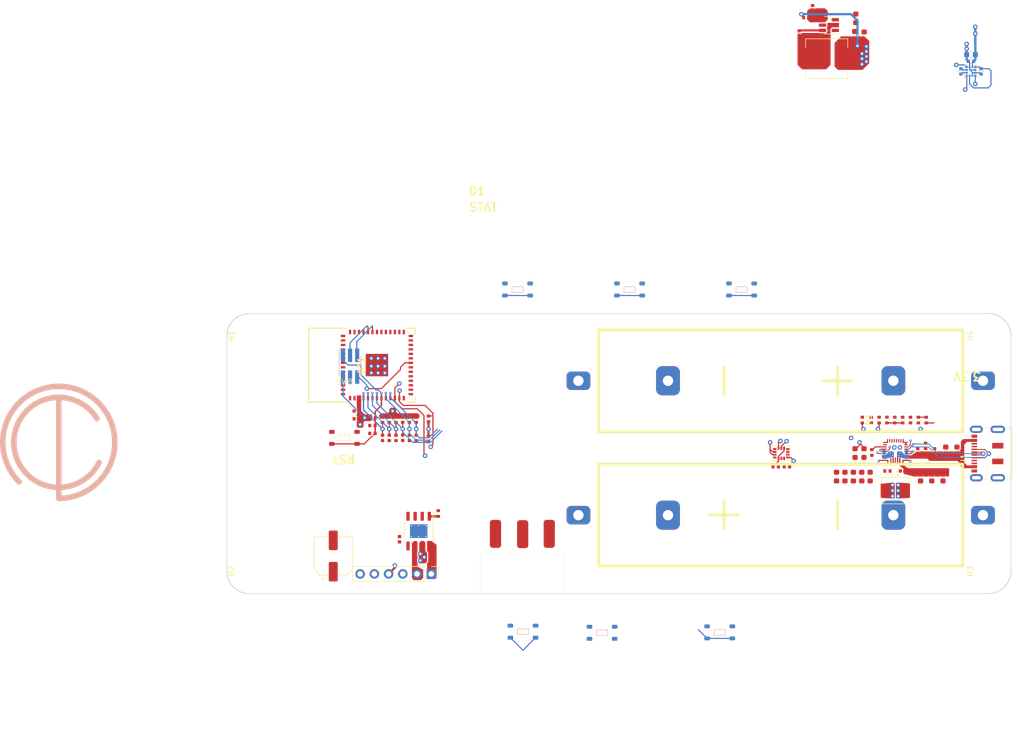
<source format=kicad_pcb>
(kicad_pcb (version 20221018) (generator pcbnew)
  (layers (0 "F.Cu" signal) (1 "In1.Cu" signal) (2 "In2.Cu" signal) (31 "B.Cu" signal) (34 "B.Paste" user) (35 "F.Paste" user) (36 "B.SilkS" user "B.Silkscreen") (37 "F.SilkS" user "F.Silkscreen") (38 "B.Mask" user) (39 "F.Mask" user) (44 "Edge.Cuts" user))
  (net 0 "")
  (net 1 "STAT")
  (net 2 "VBUS")
  (net 3 "D+")
  (net 4 "D-")
  (net 5 "GND")
  (net 6 "QON")
  (net 7 "SCL")
  (net 8 "SDA")
  (net 9 "VBAT")
  (net 10 "+12V")
  (net 11 "/SW")
  (net 12 "ESP_EN")
  (net 13 "/BST")
  (net 14 "/FB")
  (net 15 "+3.3V")
  (net 16 "+1")
  (net 17 "-1")
  (net 18 "+15")
  (net 19 "-15")
  (net 20 "TackL")
  (net 21 "TackR")
  (net 22 "Net-(LSM6DSMTR1-CS)")
  (net 23 "Net-(DRV8251ADDAR1-IPROPI)")
  (net 24 "MC_IN2")
  (net 25 "MC_IN1")
  (net 26 "MC_VREF")
  (net 27 "IMU_INT2")
  (net 28 "ENC_B")
  (net 29 "IMU_INT1")
  (net 30 "S_LED")
  (net 31 "ESP_IO0")
  (net 32 "ENC_A")
  (net 33 "SAO")
  (net 34 "BC_INT")
  (net 35 "ESP_RXD")
  (net 36 "ESP_TXD")
  (net 37 "Net-(J1-CC1)")
  (net 39 "Net-(J1-CC2)")
  (net 41 "unconnected-(J1-SHIELD-PadS1)")
  (net 44 "/INT")
  (net 45 "/SW2")
  (net 46 "REGN")
  (net 47 "5V_EN")
  (net 48 "/PMID")
  (net 49 "/PROG")
  (net 50 "/BTST1")
  (net 51 "/BTST2")
  (net 52 "/CE")
  (net 53 "/VAC")
  (net 54 "/TS")
  (net 55 "/ILIM_HIZ")
  (net 56 "/BATP")
  (net 57 "/SW1")
  (net 58 "/SDRV")
  (net 59 "/OUT2")
  (net 60 "/OUT1")
  (net 67 "Compass_INT")
  (net 69 "Vdd_IO")
  (net 70 "Net-(U2-C1)")
  (net 72 "BT2")
  (net 73 "/BT1")
  (footprint "Capacitor_SMD:C_0402_1005Metric" (layer "F.Cu") (at 201.36 106.61 90)
    (fp_text reference "C3" hide)
    (fp_text value "0.1u")
  )
  (footprint "Capacitor_SMD:C_0402_1005Metric" (layer "F.Cu") (at 198.74 110.11 180)
    (fp_text reference "C13" hide)
    (fp_text value ".1u")
  )
  (footprint "Resistor_SMD:R_0402_1005Metric" (layer "F.Cu") (at 108.2 100.92 -90)
    (fp_text reference "R1" hide)
    (fp_text value "47k")
  )
  (footprint "Resistor_SMD:R_0402_1005Metric" (layer "F.Cu") (at 115.75 117.7 -90)
    (fp_text reference "R26" hide)
    (fp_text value "5.1k")
  )
  (footprint "Connector_USB:USB_C_Receptacle_JAE_DX07S016JA1R1500" (layer "F.Cu") (at 214.5 107 90)
    (fp_text reference "J1")
    (fp_text value "USB_C_Receptacle_USB2.0")
  )
  (footprint "Inductor_SMD:L_Sunlord_MWSA0618S" (layer "F.Cu") (at 185.1 36.5)
    (fp_text reference "L2" hide)
    (fp_text value "3.3u")
  )
  (footprint "Capacitor_SMD:C_0402_1005Metric" (layer "F.Cu") (at 109.4 104.18 -90)
    (fp_text reference "C9" hide)
    (fp_text value "0.1u")
  )
  (footprint "Capacitor_SMD:C_0603_1608Metric" (layer "F.Cu") (at 192.86 111.11 -90)
    (fp_text reference "C24" hide)
    (fp_text value "10u")
  )
  (footprint "Resistor_SMD:R_0402_1005Metric" (layer "F.Cu") (at 194.46 101.02 90)
    (fp_text reference "R16" hide)
    (fp_text value "6.04k")
  )
  (footprint "Capacitor_SMD:C_0402_1005Metric" (layer "F.Cu") (at 101.2 99.4 180)
    (fp_text reference "C29" hide)
    (fp_text value "0.1u")
  )
  (footprint "Resistor_SMD:R_0402_1005Metric" (layer "F.Cu") (at 105.8 100.92 -90)
    (fp_text reference "R15" hide)
    (fp_text value "47k")
  )
  (footprint "Package_TO_SOT_SMD:TSOT-23-6" (layer "F.Cu") (at 185.5 30.5 180)
    (fp_text reference "U1" hide)
    (fp_text value "~")
  )
  (footprint "Resistor_SMD:R_0402_1005Metric" (layer "F.Cu") (at 201.46 101.02 -90)
    (fp_text reference "R17" hide)
    (fp_text value "100k")
  )
  (footprint "Switch:0.5in_Slide" (layer "F.Cu") (at 130.77 121.3375 180)
    (fp_text reference "SW5" hide)
    (fp_text value "Power")
  )
  (footprint "Lipo_Charger:BQ25792" (layer "F.Cu") (at 197.36 106.61 180)
    (fp_text reference "BQ25792RQMR1" hide)
    (fp_text value "~")
  )
  (footprint "Resistor_SMD:R_0402_1005Metric" (layer "F.Cu") (at 202.86 101.02 -90)
    (fp_text reference "R13" hide)
    (fp_text value "127k")
  )
  (footprint "Resistor_SMD:R_0402_1005Metric" (layer "F.Cu") (at 109.4 100.9 -90)
    (fp_text reference "R4" hide)
    (fp_text value "47k")
  )
  (footprint "Package_LGA:LGA-14_3x2.5mm_P0.5mm_LayoutBorder3x4y" (layer "F.Cu") (at 177 106.948008)
    (fp_text reference "LSM6DSMTR1" hide)
    (fp_text value "~")
  )
  (footprint "MountingHole:MountingHole_2.2mm_M2" (layer "F.Cu") (at 82 86 90)
    (fp_text reference "H1")
    (fp_text value "MountingHole")
  )
  (footprint "Capacitor_SMD:C_0603_1608Metric" (layer "F.Cu") (at 190.16 106.91 90)
    (fp_text reference "C28" hide)
    (fp_text value "10u")
  )
  (footprint "Resistor_SMD:R_0402_1005Metric" (layer "F.Cu") (at 114 104.4 -90)
    (fp_text reference "R25" hide)
    (fp_text value "10k")
  )
  (footprint "Resistor_SMD:R_0402_1005Metric" (layer "F.Cu") (at 193.16 106.81 -90)
    (fp_text reference "R10" hide)
    (fp_text value "100")
  )
  (footprint "Capacitor_SMD:C_0603_1608Metric" (layer "F.Cu") (at 205.86 111.11 -90)
    (fp_text reference "C16" hide)
    (fp_text value "10u")
  )
  (footprint "Capacitor_SMD:C_0603_1608Metric" (layer "F.Cu") (at 186.86 111.11 -90)
    (fp_text reference "C30" hide)
    (fp_text value "10u")
  )
  (footprint "Capacitor_SMD:C_0402_1005Metric" (layer "F.Cu") (at 108.825 122.3 90)
    (fp_text reference "C38" hide)
    (fp_text value "0.1u")
  )
  (footprint "Capacitor_SMD:C_0402_1005Metric" (layer "F.Cu") (at 108.2 104.21 -90)
    (fp_text reference "C2" hide)
    (fp_text value "0.1u")
  )
  (footprint "Capacitor_SMD:C_0603_1608Metric" (layer "F.Cu") (at 188.36 111.11 -90)
    (fp_text reference "C33" hide)
    (fp_text value "10u")
  )
  (footprint "MountingHole:MountingHole_2.2mm_M2" (layer "F.Cu") (at 214 86 90)
    (fp_text reference "H4")
    (fp_text value "MountingHole")
  )
  (footprint "Capacitor_SMD:C_0603_1608Metric" (layer "F.Cu") (at 206.36 106.61 90)
    (fp_text reference "C8" hide)
    (fp_text value "10u")
  )
  (footprint "Capacitor_SMD:C_0402_1005Metric" (layer "F.Cu") (at 104 102 180)
    (fp_text reference "C32" hide)
    (fp_text value "1u")
  )
  (footprint "Capacitor_SMD:C_0402_1005Metric" (layer "F.Cu") (at 104 103.4 180)
    (fp_text reference "C34" hide)
    (fp_text value "0.1u")
  )
  (footprint "Capacitor_SMD:C_0402_1005Metric" (layer "F.Cu") (at 202.76 105.61 -90)
    (fp_text reference "C17" hide)
    (fp_text value "4.7u")
  )
  (footprint "Inductor_SMD:L_Sunlord_MWSA0402S" (layer "F.Cu") (at 197.36 113.61)
    (fp_text reference "L1")
    (fp_text value "1u")
  )
  (footprint "Capacitor_SMD:C_0603_1608Metric" (layer "F.Cu") (at 201.86 111.11 -90)
    (fp_text reference "C19" hide)
    (fp_text value "10u")
  )
  (footprint "Capacitor_SMD:C_0402_1005Metric" (layer "F.Cu") (at 204.36 106.61 90)
    (fp_text reference "C1" hide)
    (fp_text value "0.1u")
  )
  (footprint "Capacitor_SMD:CP_Elec_6.3x5.9" (layer "F.Cu") (at 97 125.29 90)
    (fp_text reference "C40" hide)
    (fp_text value "47u")
  )
  (footprint "Capacitor_SMD:C_0402_1005Metric" (layer "F.Cu") (at 111.8 104.2 -90)
    (fp_text reference "C15" hide)
    (fp_text value "0.1u")
  )
  (footprint "Resistor_SMD:R_0402_1005Metric" (layer "F.Cu") (at 104 100.6)
    (fp_text reference "R18" hide)
    (fp_text value "10k")
  )
  (footprint "MountingHole:MountingHole_2.2mm_M2" (layer "F.Cu") (at 214 128 90)
    (fp_text reference "H3")
    (fp_text value "MountingHole")
  )
  (footprint "Resistor_SMD:R_0402_1005Metric" (layer "F.Cu") (at 107 100.92 -90)
    (fp_text reference "R5" hide)
    (fp_text value "47k")
  )
  (footprint "Capacitor_SMD:C_0402_1005Metric" (layer "F.Cu") (at 105.8 104.2 -90)
    (fp_text reference "C20" hide)
    (fp_text value "0.1u")
  )
  (footprint "Capacitor_SMD:C_0603_1608Metric" (layer "F.Cu") (at 191.76 106.91 90)
    (fp_text reference "C25" hide)
    (fp_text value "10u")
  )
  (footprint "18650:254 clip" (layer "F.Cu") (at 176.885 94 180)
    (fp_text reference "BT1" hide)
    (fp_text value "Battery")
  )
  (footprint "Capacitor_SMD:C_0603_1608Metric" (layer "F.Cu") (at 190.3 29.3 -90)
    (fp_text reference "C4" hide)
    (fp_text value "10u")
  )
  (footprint "Capacitor_SMD:C_0603_1608Metric" (layer "F.Cu") (at 189.86 111.11 -90)
    (fp_text reference "C27" hide)
    (fp_text value "10u")
  )
  (footprint "Capacitor_SMD:C_0402_1005Metric" (layer "F.Cu") (at 193.06 101.02 90)
    (fp_text reference "C31" hide)
    (fp_text value "1n")
  )
  (footprint "Capacitor_SMD:C_0603_1608Metric" (layer "F.Cu") (at 203.86 111.11 -90)
    (fp_text reference "C22" hide)
    (fp_text value "10u")
  )
  (footprint "Capacitor_SMD:C_0603_1608Metric" (layer "F.Cu") (at 190.1 32.4 90)
    (fp_text reference "C18" hide)
    (fp_text value "22u")
  )
  (footprint "Resistor_SMD:R_0402_1005Metric" (layer "F.Cu") (at 191.46 101.02 -90)
    (fp_text reference "R3")
    (fp_text value "10k")
  )
  (footprint "Resistor_SMD:R_0402_1005Metric" (layer "F.Cu") (at 200.06 101.02 -90)
    (fp_text reference "R2" hide)
    (fp_text value "10k")
  )
  (footprint "Package_SO:HSOP-8-1EP_3.9x4.9mm_P1.27mm_EP2.41x3.1mm_ThermalVias" (layer "F.Cu") (at 112.25 120.845 -90)
    (fp_text reference "DRV8251ADDAR1" hide)
    (fp_text value "~")
  )
  (footprint "Resistor_SMD:R_0402_1005Metric" (layer "F.Cu") (at 182.5875 27.5 90)
    (fp_text reference "R8" hide)
    (fp_text value "10k")
  )
  (footprint "Switch:Tactile_5.5mmx2.85mm" (layer "F.Cu") (at 99 104.2)
    (fp_text reference "SW8")
    (fp_text value "Reset")
  )
  (footprint "Resistor_SMD:R_0402_1005Metric" (layer "F.Cu") (at 114 100.8 90)
    (fp_text reference "R24" hide)
    (fp_text value "10k")
  )
  (footprint "Resistor_SMD:R_0402_1005Metric" (layer "F.Cu") (at 195.86 101.02 -90)
    (fp_text reference "R11" hide)
    (fp_text value "5.24k")
  )
  (footprint "Capacitor_SMD:C_0402_1005Metric" (layer "F.Cu") (at 178 109.348008 180)
    (fp_text reference "C35" hide)
    (fp_text value "100n")
  )
  (footprint "ESP32MINI1N4:ESP32MINI1N4" (layer "F.Cu") (at 104.8 91.2 90)
    (fp_text reference "IC1")
    (fp_text value "ESP32-C3-MINI-1-N4" hide)
  )
  (footprint "Capacitor_SMD:C_0402_1005Metric" (layer "F.Cu") (at 101.2 100.8 180)
    (fp_text reference "C26" hide)
    (fp_text value "22u")
  )
  (footprint "Capacitor_SMD:C_0402_1005Metric" (layer "F.Cu") (at 107 104.2 -90)
    (fp_text reference "C10" hide)
    (fp_text value "0.1u")
  )
  (footprint "Capacitor_SMD:C_0603_1608Metric" (layer "F.Cu") (at 191.36 111.11 -90)
    (fp_text reference "C23" hide)
    (fp_text value "10u")
  )
  (footprint "Capacitor_SMD:C_0402_1005Metric" (layer "F.Cu") (at 110.6 104.2 -90)
    (fp_text reference "C12" hide)
    (fp_text value "0.1u")
  )
  (footprint "Resistor_SMD:R_0402_1005Metric" (layer "F.Cu") (at 111.8 100.92 -90)
    (fp_text reference "R9" hide)
    (fp_text value "47k")
  )
  (footprint "Resistor_SMD:R_0402_1005Metric" (layer "F.Cu") (at 181.4875 29.15)
    (fp_text reference "R7" hide)
    (fp_text value "31.6k")
  )
  (footprint "Capacitor_SMD:C_0402_1005Metric" (layer "F.Cu") (at 195.96 110.11)
    (fp_text reference "C21" hide)
    (fp_text value "0.1u")
  )
  (footprint "Capacitor_SMD:C_0402_1005Metric" (layer "F.Cu") (at 176 109.348008)
    (fp_text reference "C42" hide)
    (fp_text value "100n")
  )
  (footprint "Capacitor_SMD:C_0603_1608Metric" (layer "F.Cu") (at 208.36 106.61 90)
    (fp_text reference "C5" hide)
    (fp_text value "10u")
  )
  (footprint "Capacitor_SMD:C_0603_1608Metric" (layer "F.Cu") (at 191.7875 32.5 90)
    (fp_text reference "C14" hide)
    (fp_text value "22u")
  )
  (footprint "Capacitor_SMD:C_0402_1005Metric" (layer "F.Cu") (at 180.1875 32.02 -90)
    (fp_text reference "C11" hide)
    (fp_text value "0.1u")
  )
  (footprint "Connector_PinHeader_2.54mm:PinHeader_1x06_P2.54mm_Vertical" (layer "F.Cu") (at 114.5 128.49 -90)
    (fp_text reference "U3" hide)
    (fp_text value "~")
  )
  (footprint "18650:254 clip" (layer "F.Cu") (at 176.885 118)
    (fp_text reference "BT2" hide)
    (fp_text value "Battery")
  )
  (footprint "MountingHole:MountingHole_2.2mm_M2" (layer "F.Cu") (at 82 128 90)
    (fp_text reference "H2")
    (fp_text value "MountingHole")
  )
  (footprint "Resistor_SMD:R_0402_1005Metric" (layer "F.Cu") (at 197.26 101.02 90)
    (fp_text reference "R14" hide)
    (fp_text value "10k")
  )
  (footprint "Resistor_SMD:R_0402_1005Metric" (layer "F.Cu") (at 110.6 100.92 -90)
    (fp_text reference "R6" hide)
    (fp_text value "47k")
  )
  (footprint "Resistor_SMD:R_0402_1005Metric" (layer "F.Cu") (at 198.66 101.02 90)
    (fp_text reference "R12" hide)
    (fp_text value "30.31k")
  )
  (footprint "Capacitor_SMD:C_0402_1005Metric" (layer "B.Cu") (at 212.66625 38.7625 -90)
    (fp_text reference "C37" hide)
    (fp_text value "0.1u")
  )
  (footprint "Capacitor_SMD:C_0402_1005Metric" (layer "B.Cu") (at 195.36 107.09 90)
    (fp_text reference "C7" hide)
    (fp_text value "47n")
  )
  (footprint "Capacitor_SMD:C_0402_1005Metric" (layer "B.Cu") (at 210.86625 36.9625 180)
    (fp_text reference "C39" hide)
    (fp_text value "0.1u")
  )
  (footprint "Capacitor_SMD:C_0603_1608Metric" (layer "B.Cu") (at 210.86625 35.7625 180)
    (fp_text reference "C41" hide)
    (fp_text value "10u")
  )
  (footprint "Package_LGA:LGA-12_2x2mm_P0.5mm" (layer "B.Cu") (at 210.86625 38.7625 90)
    (fp_text reference "U2" hide)
    (fp_text value "~")
  )
  (footprint "Switch:Tactile_5.5mmx2.85mm" (layer "B.Cu") (at 149.905 77.705 180)
    (fp_text reference "SW3" hide)
    (fp_text value "+15")
  )
  (footprint "Switch:Tactile_5.5mmx2.85mm" (layer "B.Cu") (at 130.875 138.8 180)
    (fp_text reference "SW2" hide)
    (fp_text value "-1")
  )
  (footprint "Switch:Tactile_5.5mmx2.85mm" (layer "B.Cu") (at 169.905 77.705 180)
    (fp_text reference "SW7" hide)
    (fp_text value "R")
  )
  (footprint "Capacitor_SMD:C_0402_1005Metric" (layer "B.Cu") (at 209.06625 38.7625 90)
    (fp_text reference "C36" hide)
    (fp_text value "0.22u")
  )
  (footprint "Switch:Tactile_5.5mmx2.85mm" (layer "B.Cu") (at 129.905 77.705 180)
    (fp_text reference "SW1" hide)
    (fp_text value "+1")
  )
  (footprint "Connector_PinHeader_1.27mm:PinHeader_2x03_P1.27mm_Vertical_SMD" (layer "B.Cu") (at 100 91.4 -90)
    (fp_text reference "J2" hide)
    (fp_text value "UART")
  )
  (footprint "Switch:Tactile_5.5mmx2.85mm" (layer "B.Cu") (at 166 138.925 180)
    (fp_text reference "SW6" hide)
    (fp_text value "L")
  )
  (footprint "Capacitor_SMD:C_0402_1005Metric" (layer "B.Cu") (at 199.36 107.09 -90)
    (fp_text reference "C6" hide)
    (fp_text value "47n")
  )
  (footprint "Switch:Tactile_5.5mmx2.85mm" (layer "B.Cu") (at 145 139 180)
    (fp_text reference "SW4" hide)
    (fp_text value "-15")
  )
  (gr_arc (start 55.187377 108.593691) (mid 39.972767 105.369509) (end 54.82683 100.76121) (stroke (width 1)) (layer "B.SilkS"))
  (gr_arc (start 40.92893 112.071071) (mid 51.826899 95.761209) (end 47.999998 115.000003) (stroke (width 1)) (layer "B.SilkS"))
  (gr_line (start 47.999998 115.000003) (end 47.999998 97.26121) (stroke (width 1)) (layer "B.SilkS"))
  (gr_arc (start 218 128) (mid 216.828427 130.828427) (end 214 132) (stroke (width 0.15)) (layer "Edge.Cuts"))
  (gr_arc (start 214 82) (mid 216.828427 83.171573) (end 218 86) (stroke (width 0.15)) (layer "Edge.Cuts"))
  (gr_line (start 214 82) (end 82 82) (stroke (width 0.1)) (layer "Edge.Cuts"))
  (gr_line (start 82 132) (end 214 132) (stroke (width 0.1)) (layer "Edge.Cuts"))
  (gr_line (start 218 128) (end 218 86) (stroke (width 0.1)) (layer "Edge.Cuts"))
  (gr_arc (start 82 132) (mid 79.171573 130.828427) (end 78 128) (stroke (width 0.15)) (layer "Edge.Cuts"))
  (gr_line (start 78 86) (end 78 128) (stroke (width 0.1)) (layer "Edge.Cuts"))
  (gr_arc (start 78 86) (mid 79.171573 83.171573) (end 82 82) (stroke (width 0.15)) (layer "Edge.Cuts"))
  (gr_text "D1" (at 121 61) (layer "F.SilkS") (effects (font (size 1.5 1.5) (thickness 0.3) bold) (justify left bottom)))
  (gr_text "RST" (at 101.1 107.1 180) (layer "F.SilkS") (effects (font (size 1.5 1.5) (thickness 0.3) bold) (justify left bottom)))
  (gr_text "3.3V" (at 212.8 92.3 180) (layer "F.SilkS") (effects (font (size 1.5 1.5) (thickness 0.3) bold) (justify left bottom)))
  (gr_text "STAT" (at 121.1 63.9) (layer "F.SilkS") (effects (font (size 1.5 1.5) (thickness 0.3) bold) (justify left bottom)))
  (segment (start 199.085 108.21) (end 199.86 108.21) (width 0.2) (layer "F.Cu") (net 1))
  (segment (start 199.86 108.21) (end 200.06 108.41) (width 0.2) (layer "F.Cu") (net 1))
  (via (at 200.06 108.41) (size 0.41) (drill 0.15) (layers "F.Cu" "B.Cu") (net 1))
  (segment (start 212.81 107.26) (end 213.06 107.01) (width 0.15) (layer "F.Cu") (net 3))
  (segment (start 213.06 107.01) (end 212.81 106.76) (width 0.15) (layer "F.Cu") (net 3))
  (segment (start 200.5595 105.31744) (end 200.5595 105.408419) (width 0.15) (layer "F.Cu") (net 3))
  (segment (start 200.55603 105.31397) (end 200.5595 105.31744) (width 0.15) (layer "F.Cu") (net 3))
  (segment (start 199.757918 106.21) (end 199.26 106.21) (width 0.15) (layer "F.Cu") (net 3))
  (segment (start 211.51 107.26) (end 212.81 107.26) (width 0.15) (layer "F.Cu") (net 3))
  (segment (start 212.81 106.76) (end 211.51 106.76) (width 0.15) (layer "F.Cu") (net 3))
  (segment (start 200.5595 105.408419) (end 199.757918 106.21) (width 0.15) (layer "F.Cu") (net 3))
  (via (at 213.06 107.01) (size 0.8) (drill 0.4) (layers "F.Cu" "B.Cu") (net 3))
  (via (at 200.55603 105.31397) (size 0.41) (drill 0.15) (layers "F.Cu" "B.Cu") (net 3))
  (segment (start 203.338449 105.288449) (end 200.5595 105.288449) (width 0.15) (layer "B.Cu") (net 3))
  (segment (start 205.06 107.01) (end 203.338449 105.288449) (width 0.15) (layer "B.Cu") (net 3))
  (segment (start 213.06 107.01) (end 205.06 107.01) (width 0.15) (layer "B.Cu") (net 3))
  (segment (start 214.059503 107.01) (end 213.309503 106.26) (width 0.15) (layer "F.Cu") (net 4))
  (segment (start 214.059503 107.01) (end 213.309503 107.76) (width 0.15) (layer "F.Cu") (net 4))
  (segment (start 213.309503 107.76) (end 211.51 107.76) (width 0.15) (layer "F.Cu") (net 4))
  (segment (start 213.309503 106.26) (end 211.51 106.26) (width 0.15) (layer "F.Cu") (net 4))
  (segment (start 199.662943 105.81) (end 199.26 105.81) (width 0.15) (layer "F.Cu") (net 4))
  (segment (start 200.06 105.412943) (end 199.662943 105.81) (width 0.15) (layer "F.Cu") (net 4))
  (segment (start 200.06 104.71) (end 200.06 105.412943) (width 0.15) (layer "F.Cu") (net 4))
  (via (at 214.059503 107.01) (size 0.8) (drill 0.4) (layers "F.Cu" "B.Cu") (net 4))
  (via (at 200.06 104.71) (size 0.41) (drill 0.15) (layers "F.Cu" "B.Cu") (net 4))
  (segment (start 214.059503 107.01) (end 213.384503 107.685) (width 0.15) (layer "B.Cu") (net 4))
  (segment (start 200.373944 105.81) (end 200.06 105.496056) (width 0.15) (layer "B.Cu") (net 4))
  (segment (start 200.06 105.496056) (end 200.06 104.71) (width 0.15) (layer "B.Cu") (net 4))
  (segment (start 213.384503 107.685) (end 205.135 107.685) (width 0.15) (layer "B.Cu") (net 4))
  (segment (start 205.135 107.685) (end 203.26 105.81) (width 0.15) (layer "B.Cu") (net 4))
  (segment (start 203.26 105.81) (end 200.373944 105.81) (width 0.15) (layer "B.Cu") (net 4))
  (segment (start 191.16 105.335) (end 191.96 106.135) (width 0.2) (layer "F.Cu") (net 5))
  (segment (start 175.8375 106.698008) (end 175.476992 106.698008) (width 0.2) (layer "F.Cu") (net 5))
  (segment (start 175 105.010508) (end 174.95 104.960508) (width 0.2) (layer "F.Cu") (net 5))
  (segment (start 175.4375 107.198008) (end 175 106.760508) (width 0.2) (layer "F.Cu") (net 5))
  (segment (start 175 106.760508) (end 175 106.221016) (width 0.2) (layer "F.Cu") (net 5))
  (segment (start 190.96 105.01) (end 191.16 105.21) (width 0.2) (layer "F.Cu") (net 5))
  (segment (start 175.8375 107.198008) (end 175.4375 107.198008) (width 0.2) (layer "F.Cu") (net 5))
  (segment (start 175.476992 106.698008) (end 175 106.221016) (width 0.2) (layer "F.Cu") (net 5))
  (segment (start 191.16 105.335) (end 190.36 106.135) (width 0.2) (layer "F.Cu") (net 5))
  (segment (start 191.16 105.21) (end 191.16 105.335) (width 0.2) (layer "F.Cu") (net 5))
  (segment (start 175 106.221016) (end 175 105.010508) (width 0.2) (layer "F.Cu") (net 5))
  (via (at 112.55 124.9) (size 0.8) (drill 0.4) (layers "F.Cu" "B.Cu") (net 5))
  (via (at 106.2 92.6) (size 0.8) (drill 0.4) (layers "F.Cu" "B.Cu") (net 5))
  (via (at 201.86 102.62) (size 0.8) (drill 0.4) (layers "F.Cu" "B.Cu") (net 5))
  (via (at 198.16 105.91) (size 0.8) (drill 0.4) (layers "F.Cu" "B.Cu") (net 5))
  (via (at 112.55 126.1) (size 0.8) (drill 0.4) (layers "F.Cu" "B.Cu") (net 5))
  (via (at 113.25 125.5) (size 0.8) (drill 0.4) (layers "F.Cu" "B.Cu") (net 5))
  (via (at 105 91.4) (size 0.8) (drill 0.4) (layers "F.Cu" "B.Cu") (net 5))
  (via (at 105 90) (size 0.8) (drill 0.4) (layers "F.Cu" "B.Cu") (net 5))
  (via (at 103.8 90) (size 0.8) (drill 0.4) (layers "F.Cu" "B.Cu") (net 5))
  (via (at 103.8 92.6) (size 0.8) (drill 0.4) (layers "F.Cu" "B.Cu") (net 5))
  (via (at 105 92.6) (size 0.8) (drill 0.4) (layers "F.Cu" "B.Cu") (net 5))
  (via (at 103.8 91.4) (size 0.8) (drill 0.4) (layers "F.Cu" "B.Cu") (net 5))
  (via (at 106.2 91.4) (size 0.8) (drill 0.4) (layers "F.Cu" "B.Cu") (net 5))
  (via (at 197.178136 105.912267) (size 0.8) (drill 0.4) (layers "F.Cu" "B.Cu") (net 5))
  (via (at 175 105.010508) (size 0.8) (drill 0.4) (layers "F.Cu" "B.Cu") (net 5))
  (via (at 106.2 90) (size 0.8) (drill 0.4) (layers "F.Cu" "B.Cu") (net 5))
  (via (at 190.96 105.01) (size 0.8) (drill 0.4) (layers "F.Cu" "B.Cu") (net 5))
  (via (at 210.09125 34.75) (size 0.8) (drill 0.4) (layers "F.Cu" "B.Cu") (net 5))
  (via (at 210.09125 33.875) (size 0.8) (drill 0.4) (layers "F.Cu" "B.Cu") (net 5))
  (segment (start 210.61625 38) (end 210.61625 37.1925) (width 0.2) (layer "B.Cu") (net 5))
  (segment (start 211.16625 39.0125) (end 210.66625 38.5125) (width 0.2) (layer "B.Cu") (net 5))
  (segment (start 211.11625 39.0625) (end 211.11625 39.525) (width 0.2) (layer "B.Cu") (net 5))
  (segment (start 210.09125 34.75) (end 210.09125 35.7625) (width 0.4) (layer "B.Cu") (net 5))
  (segment (start 212.66625 39.2425) (end 212.82875 39.405) (width 0.2) (layer "B.Cu") (net 5))
  (segment (start 212.43625 39.0125) (end 212.66625 39.2425) (width 0.2) (layer "B.Cu") (net 5))
  (segment (start 100 93.42) (end 99.93 93.35) (width 0.2) (layer "B.Cu") (net 5))
  (segment (start 211.16625 39.0125) (end 211.11625 39.0625) (width 0.2) (layer "B.Cu") (net 5))
  (segment (start 210.09125 35.7625) (end 210.09125 36.6675) (width 0.4) (layer "B.Cu") (net 5))
  (segment (start 210.61625 38.4625) (end 210.61625 38) (width 0.2) (layer "B.Cu") (net 5))
  (segment (start 209.29625 38.5125) (end 209.06625 38.2825) (width 0.2) (layer "B.Cu") (net 5))
  (segment (start 211.62875 39.0125) (end 212.43625 39.0125) (width 0.2) (layer "B.Cu") (net 5))
  (segment (start 210.10375 38.5125) (end 209.29625 38.5125) (width 0.2) (layer "B.Cu") (net 5))
  (segment (start 210.61625 37.1925) (end 210.38625 36.9625) (width 0.2) (layer "B.Cu") (net 5))
  (segment (start 210.09125 33.875) (end 210.09125 34.75) (width 0.4) (layer "B.Cu") (net 5))
  (segment (start 210.09125 36.6675) (end 210.38625 36.9625) (width 0.4) (layer "B.Cu") (net 5))
  (segment (start 210.66625 38.5125) (end 210.61625 38.4625) (width 0.2) (layer "B.Cu") (net 5))
  (segment (start 211.62875 39.0125) (end 211.16625 39.0125) (width 0.2) (layer "B.Cu") (net 5))
  (segment (start 211.62875 38.5125) (end 210.66625 38.5125) (width 0.2) (layer "B.Cu") (net 5))
  (segment (start 210.09125 33.875) (end 210.09125 33.75) (width 0.4) (layer "B.Cu") (net 5))
  (via (at 189.46 104.21) (size 0.8) (drill 0.4) (layers "F.Cu" "B.Cu") (net 6))
  (segment (start 113.4 98.4) (end 114.8 99.8) (width 0.2) (layer "F.Cu") (net 7))
  (segment (start 177.95 104.810508) (end 177.95 104.725) (width 0.2) (layer "F.Cu") (net 7))
  (segment (start 177.95 104.725) (end 177.95 104.725) (width 0.2) (layer "F.Cu") (net 7))
  (segment (start 109.5 98.4) (end 113.4 98.4) (width 0.2) (layer "F.Cu") (net 7))
  (segment (start 177.864492 104.810508) (end 177.95 104.810508) (width 0.2) (layer "F.Cu") (net 7))
  (segment (start 114.4 105.8) (end 114.8 105.4) (width 0.2) (layer "F.Cu") (net 7))
  (segment (start 114.8 105.4) (end 114.8 100.2) (width 0.2) (layer "F.Cu") (net 7))
  (segment (start 108.8 97.1) (end 108.85 95.75) (width 0.2) (layer "F.Cu") (net 7))
  (segment (start 114.8 99.8) (end 114.8 100.2) (width 0.2) (layer "F.Cu") (net 7))
  (segment (start 114.71 100.29) (end 114.8 100.2) (width 0.2) (layer "F.Cu") (net 7))
  (segment (start 114 100.29) (end 114.71 100.29) (width 0.2) (layer "F.Cu") (net 7))
  (segment (start 108.8 97.1) (end 108.8 97.7) (width 0.2) (layer "F.Cu") (net 7))
  (segment (start 108.85 95.75) (end 108.8 95.8) (width 0.2) (layer "F.Cu") (net 7))
  (segment (start 177 106.035508) (end 177 105.675) (width 0.2) (layer "F.Cu") (net 7))
  (segment (start 177 105.675) (end 177.864492 104.810508) (width 0.2) (layer "F.Cu") (net 7))
  (segment (start 108.8 97.7) (end 109.5 98.4) (width 0.2) (layer "F.Cu") (net 7))
  (via (at 177.95 104.810508) (size 0.8) (drill 0.4) (layers "F.Cu" "B.Cu") (net 7))
  (via (at 211.62875 41.0125) (size 0.8) (drill 0.4) (layers "F.Cu" "B.Cu") (net 7))
  (via (at 114.4 105.8) (size 0.8) (drill 0.4) (layers "F.Cu" "B.Cu") (net 7))
  (via (at 108.85 95.75) (size 0.8) (drill 0.4) (layers "F.Cu" "B.Cu") (net 7))
  (segment (start 211.62875 41.0125) (end 211.62875 39.5375) (width 0.2) (layer "B.Cu") (net 7))
  (segment (start 211.62875 39.5375) (end 211.61625 39.525) (width 0.2) (layer "B.Cu") (net 7))
  (segment (start 113.4 107.4) (end 113.2 107.2) (width 0.2) (layer "F.Cu") (net 8))
  (segment (start 109.3 99) (end 112 99) (width 0.2) (layer "F.Cu") (net 8))
  (segment (start 113.2 107.2) (end 113.2 105) (width 0.2) (layer "F.Cu") (net 8))
  (segment (start 108 97.1) (end 108 95.3) (width 0.2) (layer "F.Cu") (net 8))
  (segment (start 112 99) (end 113.2 100.2) (width 0.2) (layer "F.Cu") (net 8))
  (segment (start 114 104.91) (end 113.29 104.91) (width 0.2) (layer "F.Cu") (net 8))
  (segment (start 176.5 105.010508) (end 176.75 104.760508) (width 0.2) (layer "F.Cu") (net 8))
  (segment (start 176.85 104.760508) (end 176.85 104.660508) (width 0.2) (layer "F.Cu") (net 8))
  (segment (start 108 95.3) (end 108.8 94.5) (width 0.2) (layer "F.Cu") (net 8))
  (segment (start 108 97.7) (end 109.3 99) (width 0.2) (layer "F.Cu") (net 8))
  (segment (start 176.75 104.760508) (end 176.85 104.760508) (width 0.2) (layer "F.Cu") (net 8))
  (segment (start 113.2 100.2) (end 113.2 105) (width 0.2) (layer "F.Cu") (net 8))
  (segment (start 176.5 106.035508) (end 176.5 105.010508) (width 0.2) (layer "F.Cu") (net 8))
  (segment (start 113.29 104.91) (end 113.2 105) (width 0.2) (layer "F.Cu") (net 8))
  (segment (start 176.85 104.660508) (end 176.8 104.710508) (width 0.2) (layer "F.Cu") (net 8))
  (segment (start 108.85 94.5) (end 108.85 94.5) (width 0.2) (layer "F.Cu") (net 8))
  (segment (start 108 97.1) (end 108 97.7) (width 0.2) (layer "F.Cu") (net 8))
  (via (at 113.4 107.4) (size 0.8) (drill 0.4) (layers "F.Cu" "B.Cu") (net 8))
  (via (at 108.8 94.5) (size 0.8) (drill 0.4) (layers "F.Cu" "B.Cu") (net 8))
  (via (at 209.82875 42.0125) (size 0.8) (drill 0.4) (layers "F.Cu" "B.Cu") (net 8))
  (via (at 176.85 104.760508) (size 0.8) (drill 0.4) (layers "F.Cu" "B.Cu") (net 8))
  (segment (start 210.11625 39.525) (end 210.11625 41.725) (width 0.2) (layer "B.Cu") (net 8))
  (segment (start 210.11625 41.725) (end 209.82875 42.0125) (width 0.2) (layer "B.Cu") (net 8))
  (segment (start 104.51 99.49) (end 105.6 98.4) (width 0.25) (layer "F.Cu") (net 12))
  (segment (start 104.51 102.37) (end 104.48 102.4) (width 0.25) (layer "F.Cu") (net 12))
  (segment (start 102.525 105.275) (end 103.79 104.01) (width 0.2) (layer "F.Cu") (net 12))
  (segment (start 104.48 102) (end 104.48 102.4) (width 0.25) (layer "F.Cu") (net 12))
  (segment (start 105.6 98.4) (end 105.6 97.1) (width 0.25) (layer "F.Cu") (net 12))
  (segment (start 104.51 100.6) (end 104.51 102.37) (width 0.25) (layer "F.Cu") (net 12))
  (segment (start 104.48 102.4) (end 104.48 103.4) (width 0.25) (layer "F.Cu") (net 12))
  (segment (start 96.75 105.275) (end 101.25 105.275) (width 0.2) (layer "F.Cu") (net 12))
  (segment (start 103.87 104.01) (end 104.48 103.4) (width 0.2) (layer "F.Cu") (net 12))
  (segment (start 103.79 104.01) (end 103.87 104.01) (width 0.2) (layer "F.Cu") (net 12))
  (segment (start 101.25 105.275) (end 102.525 105.275) (width 0.2) (layer "F.Cu") (net 12))
  (segment (start 105.6 97.1) (end 105.6 96.2) (width 0.25) (layer "F.Cu") (net 12))
  (segment (start 104.51 100.6) (end 104.51 99.49) (width 0.25) (layer "F.Cu") (net 12))
  (via (at 105.6 96.2) (size 0.41) (drill 0.15) (layers "F.Cu" "B.Cu") (net 12))
  (segment (start 105.075 95.675) (end 105.6 96.2) (width 0.2) (layer "B.Cu") (net 12))
  (segment (start 98.73 90.28) (end 99.65 91.2) (width 0.2) (layer "B.Cu") (net 12))
  (segment (start 104.675 95.675) (end 105.075 95.675) (width 0.2) (layer "B.Cu") (net 12))
  (segment (start 99.65 91.2) (end 101.94 91.2) (width 0.2) (layer "B.Cu") (net 12))
  (segment (start 101.94 92.94) (end 104.675 95.675) (width 0.2) (layer "B.Cu") (net 12))
  (segment (start 101.94 91.2) (end 101.94 92.94) (width 0.2) (layer "B.Cu") (net 12))
  (segment (start 98.73 89.45) (end 98.73 90.28) (width 0.2) (layer "B.Cu") (net 12))
  (segment (start 180.2775 31.45) (end 180.1875 31.54) (width 0.4) (layer "F.Cu") (net 13))
  (segment (start 184.3625 31.45) (end 180.2775 31.45) (width 0.4) (layer "F.Cu") (net 13))
  (segment (start 108 127.37) (end 106.88 128.49) (width 0.4) (layer "F.Cu") (net 15))
  (segment (start 179.2 108.210508) (end 179.2 108.310508) (width 0.2) (layer "F.Cu") (net 15))
  (segment (start 178.48 109.130508) (end 178.48 109.348008) (width 0.2) (layer "F.Cu") (net 15))
  (segment (start 108 127) (end 108 127.37) (width 0.4) (layer "F.Cu") (net 15))
  (segment (start 178.1625 107.698008) (end 178.6875 107.698008) (width 0.2) (layer "F.Cu") (net 15))
  (segment (start 108.2 100.41) (end 111.8 100.41) (width 0.2) (layer "F.Cu") (net 15))
  (segment (start 178.6875 107.698008) (end 179.2 108.210508) (width 0.2) (layer "F.Cu") (net 15))
  (segment (start 179.2 108.310508) (end 179.3 108.310508) (width 0.2) (layer "F.Cu") (net 15))
  (segment (start 179.3 108.310508) (end 178.48 109.130508) (width 0.2) (layer "F.Cu") (net 15))
  (segment (start 105.8 100.41) (end 107 100.41) (width 0.2) (layer "F.Cu") (net 15))
  (segment (start 114 102.6) (end 114 103.89) (width 0.4) (layer "F.Cu") (net 15))
  (segment (start 179.3 108.310508) (end 179.3 108.310508) (width 0.2) (layer "F.Cu") (net 15))
  (segment (start 107 100.41) (end 108.2 100.41) (width 0.2) (layer "F.Cu") (net 15))
  (segment (start 114 101.51) (end 114 102.6) (width 0.4) (layer "F.Cu") (net 15))
  (via (at 102.6 100.6) (size 0.8) (drill 0.4) (layers "F.Cu" "B.Cu") (net 15))
  (via (at 180.5875 28.55) (size 0.8) (drill 0.4) (layers "F.Cu" "B.Cu") (net 15))
  (via (at 211.64125 32.0125) (size 0.8) (drill 0.4) (layers "F.Cu" "B.Cu") (net 15))
  (via (at 211.64125 30.8125) (size 0.8) (drill 0.4) (layers "F.Cu" "B.Cu") (net 15))
  (via (at 192.2 36.1) (size 0.8) (drill 0.4) (layers "F.Cu" "B.Cu") (net 15))
  (via (at 114 102.6) (size 0.8) (drill 0.4) (layers "F.Cu" "B.Cu") (net 15))
  (via (at 107.6 99.4) (size 0.8) (drill 0.4) (layers "F.Cu" "B.Cu") (net 15))
  (via (at 191.4 36.5) (size 0.8) (drill 0.4) (layers "F.Cu" "B.Cu") (net 15))
  (via (at 192.2 34.3) (size 0.8) (drill 0.4) (layers "F.Cu" "B.Cu") (net 15))
  (via (at 108 127) (size 0.8) (drill 0.4) (layers "F.Cu" "B.Cu") (net 15))
  (via (at 191.4 37.5) (size 0.8) (drill 0.4) (layers "F.Cu" "B.Cu") (net 15))
  (via (at 179.2 108.310508) (size 0.8) (drill 0.4) (layers "F.Cu" "B.Cu") (net 15))
  (via (at 192.2 37) (size 0.8) (drill 0.4) (layers "F.Cu" "B.Cu") (net 15))
  (via (at 190.6 34.2) (size 0.8) (drill 0.4) (layers "F.Cu" "B.Cu") (net 15))
  (via (at 191.4 35.6) (size 0.8) (drill 0.4) (layers "F.Cu" "B.Cu") (net 15))
  (via (at 192.2 35.2) (size 0.8) (drill 0.4) (layers "F.Cu" "B.Cu") (net 15))
  (via (at 101.8 101.8) (size 0.8) (drill 0.4) (layers "F.Cu" "B.Cu") (net 15))
  (segment (start 211.64125 30.8125) (end 211.64125 33.8) (width 0.4) (layer "B.Cu") (net 15))
  (segment (start 98.73 96.73) (end 102.6 100.6) (width 0.2) (layer "B.Cu") (net 15))
  (segment (start 190.6 29.7) (end 190.6 34.2) (width 0.4) (layer "B.Cu") (net 15))
  (segment (start 98.73 93.35) (end 98.73 96.73) (width 0.2) (layer "B.Cu") (net 15))
  (segment (start 211.64125 35.7625) (end 211.64125 36.6675) (width 0.4) (layer "B.Cu") (net 15))
  (segment (start 180.5875 28.55) (end 189.45 28.55) (width 0.4) (layer "B.Cu") (net 15))
  (segment (start 211.64125 36.6675) (end 211.34625 36.9625) (width 0.4) (layer "B.Cu") (net 15))
  (segment (start 211.64125 30.8125) (end 211.64125 32.0125) (width 0.4) (layer "B.Cu") (net 15))
  (segment (start 211.11625 37.1925) (end 211.34625 36.9625) (width 0.2) (layer "B.Cu") (net 15))
  (segment (start 211.11625 38) (end 211.11625 37.1925) (width 0.2) (layer "B.Cu") (net 15))
  (segment (start 189.45 28.55) (end 190.6 29.7) (width 0.4) (layer "B.Cu") (net 15))
  (segment (start 211.64125 32.0125) (end 211.64125 35.7625) (width 0.4) (layer "B.Cu") (net 15))
  (segment (start 108.2 101.43) (end 108.2 102.61) (width 0.2) (layer "F.Cu") (net 16))
  (segment (start 104 96.2) (end 104 97.1) (width 0.2) (layer "F.Cu") (net 16))
  (segment (start 108.2 102.61) (end 108.2 103.73) (width 0.2) (layer "F.Cu") (net 16))
  (via (at 108.2 102.61) (size 0.8) (drill 0.4) (layers "F.Cu" "B.Cu") (net 16))
  (via (at 104 96.2) (size 0.41) (drill 0.15) (layers "F.Cu" "B.Cu") (net 16))
  (segment (start 108.2 102.6) (end 104 98.4) (width 0.2) (layer "B.Cu") (net 16))
  (segment (start 104 98.4) (end 104 96.2) (width 0.2) (layer "B.Cu") (net 16))
  (segment (start 132.155 78.78) (end 127.655 78.78) (width 0.2) (layer "B.Cu") (net 16))
  (segment (start 108.2 102.61) (end 108.2 102.6) (width 0.2) (layer "B.Cu") (net 16))
  (segment (start 109.4 103.7) (end 109.4 102.59) (width 0.2) (layer "F.Cu") (net 17))
  (segment (start 109.4 102.59) (end 109.4 101.41) (width 0.2) (layer "F.Cu") (net 17))
  (segment (start 104.8 96.2) (end 104.8 97.1) (width 0.2) (layer "F.Cu") (net 17))
  (via (at 109.4 102.59) (size 0.8) (drill 0.4) (layers "F.Cu" "B.Cu") (net 17))
  (via (at 104.8 96.2) (size 0.41) (drill 0.15) (layers "F.Cu" "B.Cu") (net 17))
  (segment (start 109.4 102.59) (end 109.4 103.2) (width 0.2) (layer "B.Cu") (net 17))
  (segment (start 114.365686 105) (end 116.4 102.965686) (width 0.2) (layer "B.Cu") (net 17))
  (segment (start 130.875 142.125) (end 128.625 139.875) (width 0.2) (layer "B.Cu") (net 17))
  (segment (start 109.39 102.59) (end 104.8 98) (width 0.2) (layer "B.Cu") (net 17))
  (segment (start 104.8 98) (end 104.8 96.2) (width 0.2) (layer "B.Cu") (net 17))
  (segment (start 109.4 102.59) (end 109.39 102.59) (width 0.2) (layer "B.Cu") (net 17))
  (segment (start 111.2 105) (end 114.365686 105) (width 0.2) (layer "B.Cu") (net 17))
  (segment (start 109.4 103.2) (end 111.2 105) (width 0.2) (layer "B.Cu") (net 17))
  (segment (start 133.125 139.875) (end 130.875 142.125) (width 0.2) (layer "B.Cu") (net 17))
  (segment (start 107 102.61) (end 107 101.43) (width 0.2) (layer "F.Cu") (net 18))
  (segment (start 107 103.72) (end 107 102.61) (width 0.2) (layer "F.Cu") (net 18))
  (segment (start 103.2 96.2) (end 103.2 97.1) (width 0.2) (layer "F.Cu") (net 18))
  (via (at 103.2 96.2) (size 0.41) (drill 0.15) (layers "F.Cu" "B.Cu") (net 18))
  (via (at 107 102.61) (size 0.8) (drill 0.4) (layers "F.Cu" "B.Cu") (net 18))
  (segment (start 107 102.6) (end 103.2 98.8) (width 0.2) (layer "B.Cu") (net 18))
  (segment (start 107 102.61) (end 107 102.6) (width 0.2) (layer "B.Cu") (net 18))
  (segment (start 103.2 98.8) (end 103.2 96.2) (width 0.2) (layer "B.Cu") (net 18))
  (segment (start 147.655 78.78) (end 152.155 78.78) (width 0.2) (layer "B.Cu") (net 18))
  (segment (start 110.6 102.61) (end 110.6 103.72) (width 0.2) (layer "F.Cu") (net 19))
  (segment (start 110.6 101.43) (end 110.6 102.61) (width 0.2) (layer "F.Cu") (net 19))
  (segment (start 106.4 96.2) (end 106.4 97.1) (width 0.2) (layer "F.Cu") (net 19))
  (via (at 110.6 102.61) (size 0.8) (drill 0.4) (layers "F.Cu" "B.Cu") (net 19))
  (via (at 106.4 96.2) (size 0.41) (drill 0.15) (layers "F.Cu" "B.Cu") (net 19))
  (segment (start 114.2 104.6) (end 116 102.8) (width 0.2) (layer "B.Cu") (net 19))
  (segment (start 106.4 97.21005) (end 106.4 96.2) (width 0.2) (layer "B.Cu") (net 19))
  (segment (start 111.8 104.6) (end 114.2 104.6) (width 0.2) (layer "B.Cu") (net 19))
  (segment (start 110.6 102.61) (end 110.6 103.4) (width 0.2) (layer "B.Cu") (net 19))
  (segment (start 110.6 101.41005) (end 106.4 97.21005) (width 0.2) (layer "B.Cu") (net 19))
  (segment (start 110.6 102.61) (end 110.6 101.41005) (width 0.2) (layer "B.Cu") (net 19))
  (segment (start 110.6 103.4) (end 111.8 104.6) (width 0.2) (layer "B.Cu") (net 19))
  (segment (start 107.2 96.2) (end 107.2 97.1) (width 0.25) (layer "F.Cu") (net 20))
  (segment (start 111.8 103.72) (end 111.8 102.61) (width 0.2) (layer "F.Cu") (net 20))
  (segment (start 111.8 102.61) (end 111.8 101.43) (width 0.2) (layer "F.Cu") (net 20))
  (via (at 111.8 102.61) (size 0.8) (drill 0.4) (layers "F.Cu" "B.Cu") (net 20))
  (via (at 107.2 96.2) (size 0.41) (drill 0.15) (layers "F.Cu" "B.Cu") (net 20))
  (segment (start 163.75 140) (end 168.25 140) (width 0.2) (layer "B.Cu") (net 20))
  (segment (start 111.8 102.61) (end 111.8 101.6) (width 0.2) (layer "B.Cu") (net 20))
  (segment (start 107.2 97) (end 107.2 96.2) (width 0.2) (layer "B.Cu") (net 20))
  (segment (start 115.6 102.634314) (end 114.034314 104.2) (width 0.2) (layer "B.Cu") (net 20))
  (segment (start 111.8 101.6) (end 107.2 97) (width 0.2) (layer "B.Cu") (net 20))
  (segment (start 112.4 104.2) (end 111.8 103.6) (width 0.2) (layer "B.Cu") (net 20))
  (segment (start 111.8 103.6) (end 111.8 102.61) (width 0.2) (layer "B.Cu") (net 20))
  (segment (start 114.034314 104.2) (end 112.4 104.2) (width 0.2) (layer "B.Cu") (net 20))
  (segment (start 163.75 140) (end 162.2 138.45) (width 0.2) (layer "B.Cu") (net 20))
  (segment (start 105.8 102.61) (end 105.8 103.72) (width 0.2) (layer "F.Cu") (net 21))
  (segment (start 102.4 97.1) (end 102.4 96.2) (width 0.25) (layer "F.Cu") (net 21))
  (segment (start 105.8 101.43) (end 105.8 102.61) (width 0.2) (layer "F.Cu") (net 21))
  (via (at 105.8 102.61) (size 0.8) (drill 0.4) (layers "F.Cu" "B.Cu") (net 21))
  (via (at 102.4 96.2) (size 0.41) (drill 0.15) (layers "F.Cu" "B.Cu") (net 21))
  (segment (start 172.155 78.78) (end 167.655 78.78) (width 0.2) (layer "B.Cu") (net 21))
  (segment (start 102.4 96.2) (end 102.4 99.21) (width 0.25) (layer "B.Cu") (net 21))
  (segment (start 102.4 99.21) (end 105.8 102.61) (width 0.25) (layer "B.Cu") (net 21))
  (segment (start 176.5 107.860508) (end 176.5 107.5) (width 0.2) (layer "F.Cu") (net 22))
  (segment (start 176.5 107.5) (end 177.5 106.5) (width 0.2) (layer "F.Cu") (net 22))
  (segment (start 176.5 108.368008) (end 176.5 107.860508) (width 0.2) (layer "F.Cu") (net 22))
  (segment (start 175.52 109.348008) (end 176.5 108.368008) (width 0.2) (layer "F.Cu") (net 22))
  (segment (start 177.5 106.5) (end 177.5 106.035508) (width 0.2) (layer "F.Cu") (net 22))
  (segment (start 114.17 118.21) (end 114.155 118.195) (width 0.4) (layer "F.Cu") (net 23))
  (segment (start 115.75 118.21) (end 114.17 118.21) (width 0.4) (layer "F.Cu") (net 23))
  (segment (start 109 92) (end 109 91.6) (width 0.2) (layer "F.Cu") (net 31))
  (segment (start 109 91.6) (end 109.8 90.8) (width 0.2) (layer "F.Cu") (net 31))
  (segment (start 109.8 90.8) (end 110.85 90.8) (width 0.2) (layer "F.Cu") (net 31))
  (segment (start 103 95.4) (end 105.6 95.4) (width 0.2) (layer "F.Cu") (net 31))
  (segment (start 105.6 95.4) (end 109 92) (width 0.2) (layer "F.Cu") (net 31))
  (via (at 103 95.4) (size 0.8) (drill 0.4) (layers "F.Cu" "B.Cu") (net 31))
  (segment (start 101.27 93.35) (end 101.55 93.35) (width 0.2) (layer "B.Cu") (net 31))
  (segment (start 103 94.8) (end 103 95.4) (width 0.2) (layer "B.Cu") (net 31))
  (segment (start 101.55 93.35) (end 103 94.8) (width 0.2) (layer "B.Cu") (net 31))
  (segment (start 104 85.3) (end 104 84.2) (width 0.2) (layer "F.Cu") (net 35))
  (segment (start 101.2 89.38) (end 101.27 89.45) (width 0.2) (layer "B.Cu") (net 35))
  (segment (start 101.2 87) (end 101.2 89.38) (width 0.2) (layer "B.Cu") (net 35))
  (segment (start 104 84.2) (end 101.2 87) (width 0.2) (layer "B.Cu") (net 35))
  (segment (start 103.2 84.4) (end 103 84.2) (width 0.2) (layer "F.Cu") (net 36))
  (segment (start 103.2 85.3) (end 103.2 84.4) (width 0.2) (layer "F.Cu") (net 36))
  (segment (start 100 88.954316) (end 100.247842 89.202158) (width 0.2) (layer "B.Cu") (net 36))
  (segment (start 100 87.2) (end 100 88.954316) (width 0.2) (layer "B.Cu") (net 36))
  (segment (start 103 84.2) (end 100 87.2) (width 0.2) (layer "B.Cu") (net 36))
  (segment (start 194.16 106.81) (end 194.16 106.881398) (width 0.15) (layer "F.Cu") (net 44))
  (segment (start 194.088602 106.81) (end 194.16 106.81) (width 0.15) (layer "F.Cu") (net 44))
  (segment (start 194.288602 107.01) (end 195.46 107.01) (width 0.15) (layer "F.Cu") (net 44))
  (segment (start 191.46 102.42) (end 191.66 102.62) (width 0.2) (layer "F.Cu") (net 44))
  (segment (start 194.088602 106.81) (end 194.088602 106.81) (width 0.15) (layer "F.Cu") (net 44))
  (segment (start 191.46 101.53) (end 191.46 102.42) (width 0.2) (layer "F.Cu") (net 44))
  (segment (start 194.16 106.881398) (end 194.288602 107.01) (width 0.15) (layer "F.Cu") (net 44))
  (via (at 191.66 102.62) (size 0.8) (drill 0.4) (layers "F.Cu" "B.Cu") (net 44))
  (via (at 194.16 106.81) (size 0.41) (drill 0.15) (layers "F.Cu" "B.Cu") (net 44))
  (via (at 196.86 107.31) (size 0.41) (drill 0.15) (layers "F.Cu" "B.Cu") (net 45))
  (via (at 196.86 113.61) (size 0.8) (drill 0.4) (layers "F.Cu" "B.Cu") (net 45))
  (via (at 196.86 114.61) (size 0.8) (drill 0.4) (layers "F.Cu" "B.Cu") (net 45))
  (via (at 196.86 112.61) (size 0.8) (drill 0.4) (layers "F.Cu" "B.Cu") (net 45))
  (via (at 196.46 106.91) (size 0.41) (drill 0.15) (layers "F.Cu" "B.Cu") (net 45))
  (segment (start 204.26 101.53) (end 202.86 101.53) (width 0.2) (layer "F.Cu") (net 46))
  (segment (start 195.897119 106.61) (end 195.46 106.61) (width 0.15) (layer "F.Cu") (net 49))
  (segment (start 194.46 102.22) (end 194.26 102.42) (width 0.2) (layer "F.Cu") (net 49))
  (segment (start 196.36 105.81) (end 196.36 106.147119) (width 0.15) (layer "F.Cu") (net 49))
  (segment (start 194.26 102.42) (end 194.26 102.62) (width 0.2) (layer "F.Cu") (net 49))
  (segment (start 196.36 106.147119) (end 195.897119 106.61) (width 0.15) (layer "F.Cu") (net 49))
  (segment (start 194.06 102.62) (end 194.06 102.62) (width 0.2) (layer "F.Cu") (net 49))
  (segment (start 194.26 102.62) (end 194.06 102.62) (width 0.2) (layer "F.Cu") (net 49))
  (segment (start 194.46 101.53) (end 194.46 102.22) (width 0.2) (layer "F.Cu") (net 49))
  (via (at 196.36 105.81) (size 0.41) (drill 0.15) (layers "F.Cu" "B.Cu") (net 49))
  (via (at 194.26 102.62) (size 0.8) (drill 0.4) (layers "F.Cu" "B.Cu") (net 49))
  (segment (start 200.16 107.01) (end 199.26 107.01) (width 0.2) (layer "F.Cu") (net 50))
  (segment (start 200.56 106.61) (end 200.16 107.01) (width 0.2) (layer "F.Cu") (net 50))
  (via (at 200.56 106.61) (size 0.41) (drill 0.15) (layers "F.Cu" "B.Cu") (net 50))
  (segment (start 200.56 106.61) (end 199.36 106.61) (width 0.2) (layer "B.Cu") (net 50))
  (segment (start 194.5982 106.41) (end 194.7982 106.21) (width 0.2) (layer "F.Cu") (net 51))
  (segment (start 194.66 106.3482) (end 194.66 106.41) (width 0.2) (layer "F.Cu") (net 51))
  (segment (start 194.66 106.41) (end 194.5982 106.41) (width 0.2) (layer "F.Cu") (net 51))
  (segment (start 194.650712 106.357488) (end 194.66 106.3482) (width 0.2) (layer "F.Cu") (net 51))
  (segment (start 194.7982 106.21) (end 195.4975 106.21) (width 0.2) (layer "F.Cu") (net 51))
  (via (at 194.66 106.41) (size 0.41) (drill 0.15) (layers "F.Cu" "B.Cu") (net 51))
  (segment (start 194.650712 106.357488) (end 194.903224 106.61) (width 0.2) (layer "B.Cu") (net 51))
  (segment (start 194.903224 106.61) (end 195.36 106.61) (width 0.2) (layer "B.Cu") (net 51))
  (segment (start 199.26 105.41) (end 199.26 105.16) (width 0.2) (layer "F.Cu") (net 53))
  (segment (start 199.26 105.16) (end 199.11 105.01) (width 0.2) (layer "F.Cu") (net 53))
  (segment (start 197.26 101.53) (end 195.86 101.53) (width 0.2) (layer "F.Cu") (net 54))
  (segment (start 198.66 101.53) (end 197.26 101.53) (width 0.2) (layer "F.Cu") (net 54))
  (segment (start 201.46 100.51) (end 202.86 100.51) (width 0.2) (layer "F.Cu") (net 55))
  (segment (start 195.485 105.81) (end 193.76 105.81) (width 0.2) (layer "F.Cu") (net 56))
  (segment (start 193.76 105.81) (end 193.27 106.3) (width 0.2) (layer "F.Cu") (net 56))
  (via (at 197.86 113.61) (size 0.8) (drill 0.4) (layers "F.Cu" "B.Cu") (net 57))
  (via (at 197.96 107.31) (size 0.41) (drill 0.15) (layers "F.Cu" "B.Cu") (net 57))
  (via (at 197.859503 112.61) (size 0.8) (drill 0.4) (layers "F.Cu" "B.Cu") (net 57))
  (via (at 197.86 114.61) (size 0.8) (drill 0.4) (layers "F.Cu" "B.Cu") (net 57))
  (via (at 198.36 106.81) (size 0.41) (drill 0.15) (layers "F.Cu" "B.Cu") (net 57))
  (segment (start 199.12 107.57) (end 199.36 107.57) (width 0.4) (layer "B.Cu") (net 57))
  (segment (start 195.635 108.21) (end 194.56 108.21) (width 0.2) (layer "F.Cu") (net 58))
  (segment (start 194.56 108.21) (end 194.36 108.41) (width 0.2) (layer "F.Cu") (net 58))
  (via (at 194.36 108.41) (size 0.41) (drill 0.15) (layers "F.Cu" "B.Cu") (net 58))
  (via (at 208.22875 37.6125) (size 0.8) (drill 0.4) (layers "F.Cu" "B.Cu") (net 67))
  (segment (start 209.72875 37.6125) (end 208.22875 37.6125) (width 0.2) (layer "B.Cu") (net 67))
  (segment (start 210.11625 38) (end 209.72875 37.6125) (width 0.2) (layer "B.Cu") (net 67))
  (segment (start 212.38375 38) (end 212.66625 38.2825) (width 0.2) (layer "B.Cu") (net 69))
  (segment (start 211.61625 38) (end 212.38375 38) (width 0.2) (layer "B.Cu") (net 69))
  (segment (start 214.09875 38.2825) (end 212.66625 38.2825) (width 0.2) (layer "B.Cu") (net 69))
  (segment (start 213.92875 41.7125) (end 214.42875 41.2125) (width 0.2) (layer "B.Cu") (net 69))
  (segment (start 211.3388 41.7125) (end 213.92875 41.7125) (width 0.2) (layer "B.Cu") (net 69))
  (segment (start 210.61625 39.525) (end 210.61625 40.98995) (width 0.2) (layer "B.Cu") (net 69))
  (segment (start 214.42875 41.2125) (end 214.42875 38.6125) (width 0.2) (layer "B.Cu") (net 69))
  (segment (start 214.42875 38.6125) (end 214.09875 38.2825) (width 0.2) (layer "B.Cu") (net 69))
  (segment (start 210.61625 40.98995) (end 211.3388 41.7125) (width 0.2) (layer "B.Cu") (net 69))
  (segment (start 210.10375 39.0125) (end 209.29625 39.0125) (width 0.2) (layer "B.Cu") (net 70))
  (segment (start 209.29625 39.0125) (end 209.06625 39.2425) (width 0.2) (layer "B.Cu") (net 70))
  (zone (net 15) (net_name "+3.3V") (layer "F.Cu") (priority 21) (connect_pads yes (clearance 0.15)) (min_thickness 0.25) (fill yes (thermal_gap 0.5) (thermal_bridge_width 0.5))
    (polygon (pts (xy 101.2 96.6) (xy 101.2 97.4) (xy 101.2 99) (xy 101.2 102.2) (xy 101.4 102.4) (xy 102.2 102.4) (xy 102.4 102.2) (xy 102.4 101.4) (xy 102.6 101.2) (xy 103.8 101.2) (xy 104 101) (xy 104 100.2) (xy 103.8 100) (xy 102.6 100) (xy 102 99.4) (xy 102 96.6)))
  )
  (zone (net 45) (net_name "/SW2") (layer "F.Cu") (priority 8) (connect_pads yes (clearance 0.15)) (min_thickness 0.15) (fill yes (thermal_gap 0.5) (thermal_bridge_width 0.5) (smoothing fillet) (radius 0.2) (island_removal_mode 1) (island_area_min 10))
    (polygon (pts (xy 194.76 114.91) (xy 194.76 112.41) (xy 196.46 112.21) (xy 197.26 112.21) (xy 197.26 115.01) (xy 196.46 115.01)))
  )
  (zone (net 5) (net_name "GND") (layer "F.Cu") (priority 20) (connect_pads yes (clearance 0.15)) (min_thickness 0.25) (fill yes (thermal_gap 0.5) (thermal_bridge_width 0.5))
    (polygon (pts (xy 112.35 122.9) (xy 112.65 122.6) (xy 113.15 122.6) (xy 113.45 122.9) (xy 113.45 124.4) (xy 113.75 124.7) (xy 113.75 126.3) (xy 113.45 126.6) (xy 112.35 126.6) (xy 112.05 126.3) (xy 112.05 124.7) (xy 112.35 124.4)))
  )
  (zone (net 15) (net_name "+3.3V") (layer "F.Cu") (priority 17) (connect_pads yes (clearance 0.15)) (min_thickness 0.25) (fill yes (thermal_gap 0.5) (thermal_bridge_width 0.5))
    (polygon (pts (xy 187.1 38.5) (xy 186.5 37.9) (xy 186.5 33.7) (xy 187.7 32.5) (xy 191.7875 32.5) (xy 192.7 33.3) (xy 192.7 37.3) (xy 191.5 38.5)))
  )
  (zone (net 48) (net_name "/PMID") (layer "F.Cu") (priority 6) (connect_pads yes (clearance 0.15)) (min_thickness 0.15) (fill yes (thermal_gap 0.5) (thermal_bridge_width 0.5) (smoothing fillet) (radius 0.2) (island_removal_mode 1) (island_area_min 10))
    (polygon (pts (xy 198.26 107.71) (xy 198.26 108.71) (xy 199.66 109.61) (xy 206.96 109.61) (xy 206.96 111.11) (xy 200.76 111.11) (xy 198.76 110.61) (xy 198.76 109.71) (xy 198.06 109.11) (xy 198.06 107.71)))
  )
  (zone (net 11) (net_name "/SW") (layer "F.Cu") (priority 18) (connect_pads yes (clearance 0.15)) (min_thickness 0.25) (fill yes (thermal_gap 0.5) (thermal_bridge_width 0.5))
    (polygon (pts (xy 187.3 30.9) (xy 186.1 30.9) (xy 185.8 31.1) (xy 185.8 37.6) (xy 185 38.4) (xy 180.7 38.4) (xy 179.9 37.6) (xy 179.9 31.9) (xy 185.1 31.9) (xy 185.1 30.1) (xy 187.3 30.1)))
  )
  (zone (net 60) (net_name "/OUT1") (layer "F.Cu") (priority 19) (connect_pads yes (clearance 0.15)) (min_thickness 0.25) (fill yes (thermal_gap 0.5) (thermal_bridge_width 0.5))
    (polygon (pts (xy 115.25 129.4) (xy 115.45 129.1) (xy 115.45 123.3) (xy 114.55 122.6) (xy 113.75 122.6) (xy 113.75 129.4)))
  )
  (zone (net 45) (net_name "/SW2") (layer "F.Cu") (priority 1) (connect_pads yes (clearance 0.15)) (min_thickness 0.15) (fill yes (thermal_gap 0.5) (thermal_bridge_width 0.5) (smoothing fillet) (radius 0.2) (island_removal_mode 1) (island_area_min 10))
    (polygon (pts (xy 197.06 108.71) (xy 196.86 108.71) (xy 196.66 107.51) (xy 196.16 107.51) (xy 196.16 106.61) (xy 197.06 106.61)))
  )
  (zone (net 14) (net_name "/FB") (layer "F.Cu") (priority 24) (connect_pads yes (clearance 0.15)) (min_thickness 0.25) (fill yes (thermal_gap 0.5) (thermal_bridge_width 0.5) (island_removal_mode 1) (island_area_min 10))
    (polygon (pts (xy 184.8 30) (xy 182.1 30) (xy 181.6 29.5) (xy 181.6 28) (xy 182.1 27.5) (xy 184.8 27.5) (xy 185.3 28) (xy 185.3 29.5)))
  )
  (zone (net 15) (net_name "+3.3V") (layer "F.Cu") (priority 16) (connect_pads yes (clearance 0.15)) (min_thickness 0.25) (fill yes (thermal_gap 0.5) (thermal_bridge_width 0.5) (smoothing chamfer) (radius 0.3))
    (polygon (pts (xy 112.4 100.8) (xy 105.2 100.8) (xy 105.2 99.8) (xy 107 99.8) (xy 107 98.8) (xy 108.2 98.8) (xy 108.2 99.8) (xy 112.4 99.8)))
  )
  (zone (net 2) (net_name "VBUS") (layer "F.Cu") (priority 11) (connect_pads yes (clearance 0.15)) (min_thickness 0.15) (fill yes (thermal_gap 0.5) (thermal_bridge_width 0.5) (smoothing fillet) (radius 0.2) (island_removal_mode 1) (island_area_min 10))
    (polygon (pts (xy 208.96 108.81) (xy 208.46 108.31) (xy 203.46 108.31) (xy 203.06 107.91) (xy 198.96 107.91) (xy 198.96 107.31) (xy 199.56 107.31) (xy 201.36 106.61) (xy 208.66 106.61) (xy 209.06 106.21) (xy 209.06 104.81) (xy 209.46 104.41) (xy 210.96 104.41) (xy 211.96 104.41) (xy 211.96 104.91) (xy 210.16 104.91) (xy 209.66 105.41) (xy 209.66 108.61) (xy 210.16 109.11) (xy 211.96 109.11) (xy 211.96 109.61) (xy 209.36 109.61) (xy 208.96 109.21)))
  )
  (zone (net 57) (net_name "/SW1") (layer "F.Cu") (priority 9) (connect_pads yes (clearance 0.15)) (min_thickness 0.15) (fill yes (thermal_gap 0.5) (thermal_bridge_width 0.5) (smoothing fillet) (radius 0.2) (island_removal_mode 1) (island_area_min 10))
    (polygon (pts (xy 197.46 115.01) (xy 198.26 115.01) (xy 199.96 114.91) (xy 199.96 112.31) (xy 198.26 112.21) (xy 197.46 112.21)))
  )
  (zone (net 59) (net_name "/OUT2") (layer "F.Cu") (priority 22) (connect_pads yes (clearance 0.15)) (min_thickness 0.25) (fill yes (thermal_gap 0.5) (thermal_bridge_width 0.5))
    (polygon (pts (xy 111.05 129.2) (xy 111.05 123) (xy 111.45 122.6) (xy 111.85 122.6) (xy 112.05 122.8) (xy 112.05 127.2) (xy 113.05 127.7) (xy 113.05 129.2) (xy 112.65 129.6) (xy 111.35 129.6)))
  )
  (zone (net 57) (net_name "/SW1") (layer "F.Cu") (priority 1) (connect_pads yes (clearance 0.15)) (min_thickness 0.15) (fill yes (thermal_gap 0.5) (thermal_bridge_width 0.5) (smoothing fillet) (radius 0.2) (island_removal_mode 1) (island_area_min 10))
    (polygon (pts (xy 197.66 108.71) (xy 197.66 106.61) (xy 198.56 106.61) (xy 198.56 107.51) (xy 198.06 107.51) (xy 197.86 108.71)))
  )
  (zone (net 57) (net_name "/SW1") (layer "B.Cu") (priority 2) (connect_pads yes (clearance 0.15)) (min_thickness 0.15) (fill yes (thermal_gap 0.5) (thermal_bridge_width 0.5) (smoothing fillet) (radius 0.2) (island_removal_mode 1) (island_area_min 10))
    (polygon (pts (xy 197.66 107.51) (xy 198.96 107.91) (xy 199.76 107.91) (xy 199.76 107.21) (xy 198.96 107.21) (xy 198.56 106.61) (xy 197.66 106.61)))
  )
  (zone (net 45) (net_name "/SW2") (layer "B.Cu") (priority 5) (connect_pads yes (clearance 0.15)) (min_thickness 0.15) (fill yes (thermal_gap 0.5) (thermal_bridge_width 0.5) (smoothing fillet) (radius 0.2) (island_removal_mode 1) (island_area_min 10))
    (polygon (pts (xy 197.06 106.61) (xy 197.06 107.51) (xy 195.76 107.91) (xy 194.96 107.91) (xy 194.96 107.21) (xy 195.76 107.21) (xy 196.16 106.61)))
  )
)
</source>
